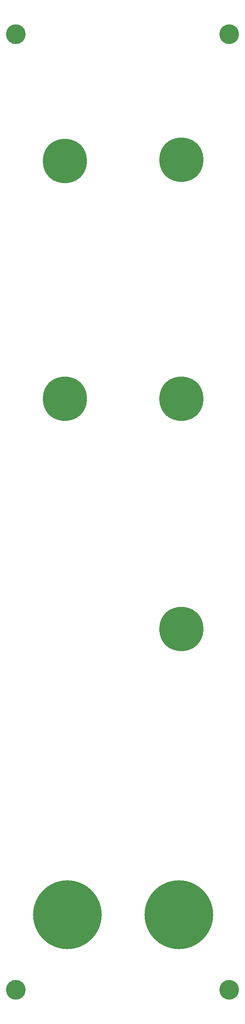
<source format=gbr>
%TF.GenerationSoftware,KiCad,Pcbnew,(5.1.12-1-10_14)*%
%TF.CreationDate,2023-08-06T16:43:41+02:00*%
%TF.ProjectId,springy_panel,73707269-6e67-4795-9f70-616e656c2e6b,rev?*%
%TF.SameCoordinates,Original*%
%TF.FileFunction,Soldermask,Top*%
%TF.FilePolarity,Negative*%
%FSLAX46Y46*%
G04 Gerber Fmt 4.6, Leading zero omitted, Abs format (unit mm)*
G04 Created by KiCad (PCBNEW (5.1.12-1-10_14)) date 2023-08-06 16:43:41*
%MOMM*%
%LPD*%
G01*
G04 APERTURE LIST*
%ADD10C,9.000000*%
%ADD11C,14.000000*%
%ADD12C,4.000000*%
G04 APERTURE END LIST*
D10*
%TO.C,REF\u002A\u002A*%
X355000000Y-52000000D03*
%TD*%
%TO.C,REF\u002A\u002A*%
X355000000Y-5250000D03*
%TD*%
%TO.C,REF\u002A\u002A*%
X331250000Y-5250000D03*
%TD*%
%TO.C,REF\u002A\u002A*%
X355000000Y43250000D03*
%TD*%
%TO.C,REF\u002A\u002A*%
X331250000Y43000000D03*
%TD*%
D11*
%TO.C,REF\u002A\u002A*%
X354500000Y-110000000D03*
%TD*%
%TO.C,REF\u002A\u002A*%
X331750000Y-110000000D03*
%TD*%
D12*
%TO.C,REF\u002A\u002A*%
X364750000Y68750000D03*
X364750000Y-125250000D03*
%TD*%
%TO.C,REF\u002A\u002A*%
X321250000Y-125250000D03*
X321250000Y68750000D03*
%TD*%
M02*

</source>
